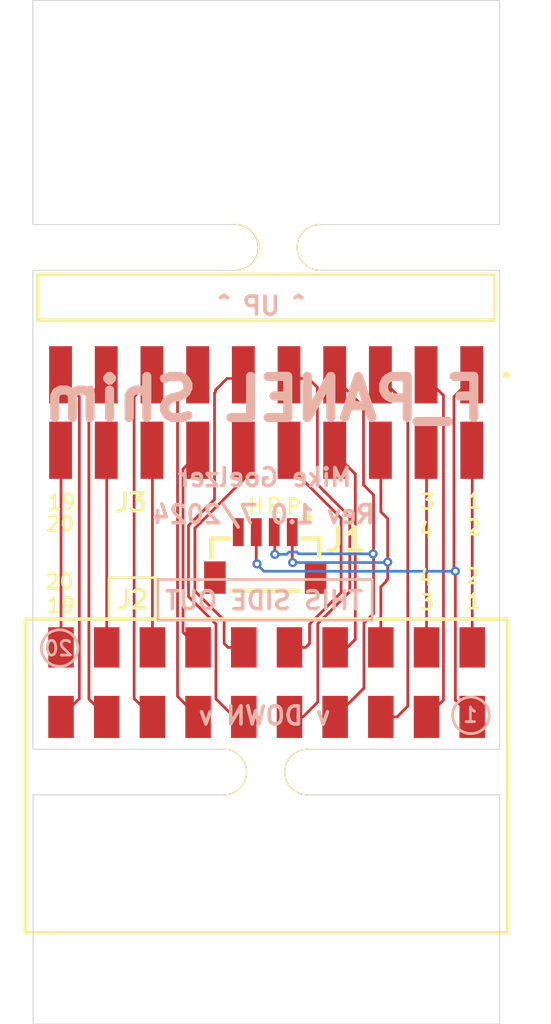
<source format=kicad_pcb>
(kicad_pcb (version 20240108) (generator "pcbnew") (generator_version "8.0")
  (layers (0 "F.Cu" signal) (31 "B.Cu" signal) (34 "B.Paste" user) (35 "F.Paste" user) (36 "B.SilkS" user "B.Silkscreen") (37 "F.SilkS" user "F.Silkscreen") (38 "B.Mask" user) (39 "F.Mask" user) (44 "Edge.Cuts" user))
  (net 0 "")
  (net 1 "Net-(J2-Pad19)")
  (net 2 "Net-(J2-Pad3)")
  (net 3 "Net-(J2-Pad18)")
  (net 4 "Net-(J2-Pad11)")
  (net 5 "Net-(J2-Pad17)")
  (net 6 "Net-(J2-Pad2)")
  (net 7 "Net-(J2-Pad16)")
  (net 8 "Net-(J2-Pad4)")
  (net 9 "Net-(J2-Pad9)")
  (net 10 "Net-(J2-Pad13)")
  (net 11 "Net-(J2-Pad8)")
  (net 12 "Net-(J2-Pad12)")
  (net 13 "Net-(J2-Pad5)")
  (net 14 "Net-(J2-Pad10)")
  (net 15 "/PWR+")
  (net 16 "/HD+")
  (net 18 "/RES+")
  (net 19 "Net-(J2-Pad15)")
  (net 20 "Net-(J2-Pad14)")
  (net 21 "Net-(J2-Pad20)")
  (footprint "Kicad Parts:SAMTEC-SMH-110-02-X-D" (layer "F.Cu") (at 165.481 126.0094 180)
    (property "Reference" "J2" (hide yes))
    (property "Value" "SAMTEC-SMH-110-02-X-D")
    (fp_line (start 13.404 12.709) (end 13.404 -4.70499) (stroke (width 0.2)) (layer "F.SilkS"))
    (fp_line (start 13.404 -4.70499) (end -13.404 -4.70499) (stroke (width 0.2)) (layer "F.SilkS"))
    (fp_line (start -13.404 12.709) (end 13.404 12.709) (stroke (width 0.2)) (layer "F.SilkS"))
    (fp_line (start -13.404 -4.70499) (end -13.404 12.709) (stroke (width 0.2)) (layer "F.SilkS"))
    (fp_text user "2" (at -11.4554 15.0876 180) (layer "F.SilkS") (effects (font (size 0.8128 0.8128) (thickness 0.1524) (bold yes))))
    (fp_text user "20" (at 11.5062 14.7828 180) (layer "F.SilkS") (effects (font (size 0.8128 0.8128) (thickness 0.1524) (bold yes))))
    (pad "1" smd rect (at -11.43 7.277 180) (size 1.42001 2.34) (layers "F.Cu" "F.Paste") (net 16 "/HD+"))
    (pad "2" smd rect (at -11.43 11.138 180) (size 1.42001 2.24) (layers "F.Cu" "F.Paste") (net 6 "Net-(J2-Pad2)"))
    (pad "3" smd rect (at -8.89 7.277 180) (size 1.42001 2.34) (layers "F.Cu" "F.Paste") (net 2 "Net-(J2-Pad3)"))
    (pad "4" smd rect (at -8.89 11.138 180) (size 1.42001 2.24) (layers "F.Cu" "F.Paste") (net 8 "Net-(J2-Pad4)"))
    (pad "5" smd rect (at -6.35 7.277 180) (size 1.42001 2.34) (layers "F.Cu" "F.Paste") (net 13 "Net-(J2-Pad5)"))
    (pad "6" smd rect (at -6.35 11.138 180) (size 1.42001 2.24) (layers "F.Cu" "F.Paste") (net 15 "/PWR+"))
    (pad "7" smd rect (at -3.81 7.277 180) (size 1.42001 2.34) (layers "F.Cu" "F.Paste") (net 18 "/RES+"))
    (pad "8" smd rect (at -3.81 11.138 180) (size 1.42001 2.24) (layers "F.Cu" "F.Paste") (net 11 "Net-(J2-Pad8)"))
    (pad "9" smd rect (at -1.27 7.277 180) (size 1.42001 2.34) (layers "F.Cu" "F.Paste") (net 9 "Net-(J2-Pad9)"))
    (pad "10" smd rect (at -1.27 11.138 180) (size 1.42001 2.24) (layers "F.Cu" "F.Paste") (net 14 "Net-(J2-Pad10)"))
    (pad "11" smd rect (at 1.27 7.277 180) (size 1.42001 2.34) (layers "F.Cu" "F.Paste") (net 4 "Net-(J2-Pad11)"))
    (pad "12" smd rect (at 1.27 11.138 180) (size 1.42001 2.24) (layers "F.Cu" "F.Paste") (net 12 "Net-(J2-Pad12)"))
    (pad "13" smd rect (at 3.81 7.277 180) (size 1.42001 2.34) (layers "F.Cu" "F.Paste") (net 10 "Net-(J2-Pad13)"))
    (pad "14" smd rect (at 3.81 11.138 180) (size 1.42001 2.24) (layers "F.Cu" "F.Paste") (net 20 "Net-(J2-Pad14)"))
    (pad "15" smd rect (at 6.35 7.277 180) (size 1.42001 2.34) (layers "F.Cu" "F.Paste") (net 19 "Net-(J2-Pad15)"))
    (pad "16" smd rect (at 6.35 11.138 180) (size 1.42001 2.24) (layers "F.Cu" "F.Paste") (net 7 "Net-(J2-Pad16)"))
    (pad "17" smd rect (at 8.89 7.277 180) (size 1.42001 2.34) (layers "F.Cu" "F.Paste") (net 5 "Net-(J2-Pad17)"))
    (pad "18" smd rect (at 8.89 11.138 180) (size 1.42001 2.24) (layers "F.Cu" "F.Paste") (net 3 "Net-(J2-Pad18)"))
    (pad "19" smd rect (at 11.43 7.277 180) (size 1.42001 2.34) (layers "F.Cu" "F.Paste") (net 1 "Net-(J2-Pad19)"))
    (pad "20" smd rect (at 11.43 11.138 180) (size 1.42001 2.24) (layers "F.Cu" "F.Paste") (net 21 "Net-(J2-Pad20)"))
  )
  (footprint "Kicad Parts:JST SH - BM04B-SRSS-TB_LFSN_" (layer "F.Cu") (at 168.4048 108.9196 180)
    (property "Reference" "J1" (at -1.4732 0.0254 180) (layer "F.SilkS") (effects (font (size 1.27 1.27) (thickness 0.254))))
    (property "Value" "BM04B-SRSS-TB" (hide yes))
    (fp_line (start 6 0.1) (end 6 -1.009) (stroke (width 0.254)) (layer "F.SilkS"))
    (fp_line (start 6 0.1) (end 4.955 0.1) (stroke (width 0.254)) (layer "F.SilkS"))
    (fp_line (start 1.113 -2.8) (end 4.901 -2.8) (stroke (width 0.254)) (layer "F.SilkS"))
    (fp_line (start 0 0.1) (end 0.987 0.1) (stroke (width 0.254)) (layer "F.SilkS"))
    (fp_line (start 0 0) (end 0 -0.928) (stroke (width 0.254)) (layer "F.SilkS"))
    (fp_circle (center 0.689 1.219) (end 0.689 1.282) (stroke (width 0.254)) (fill none) (layer "F.SilkS"))
    (pad "1" smd rect (at 1.5 0.45 180) (size 0.6 1.55) (layers "F.Cu" "F.Paste" "F.Mask") (net 15 "/PWR+"))
    (pad "2" smd rect (at 2.5 0.45 180) (size 0.6 1.55) (layers "F.Cu" "F.Paste" "F.Mask") (net 18 "/RES+"))
    (pad "3" smd rect (at 3.5 0.45 180) (size 0.6 1.55) (layers "F.Cu" "F.Paste" "F.Mask") (net 16 "/HD+"))
    (pad "4" smd rect (at 4.5 0.45 180) (size 0.6 1.55) (layers "F.Cu" "F.Paste" "F.Mask"))
    (pad "5" smd rect (at 0.2 -2.075 180) (size 1.2 1.8) (layers "F.Cu" "F.Paste" "F.Mask"))
    (pad "6" smd rect (at 5.8 -2.075 180) (size 1.2 1.8) (layers "F.Cu" "F.Paste" "F.Mask"))
  )
  (footprint "Kicad Parts:SAMTEC_TSM-110-02-L-DH" (layer "F.Cu") (at 165.4556 95.4278)
    (property "Reference" "J3" (at -7.5184 11.4046 0) (layer "F.SilkS") (effects (font (thickness 0.2) (bold yes))))
    (property "Value" "SAMTEC-TSM-110-02-L-DH")
    (fp_line (start -12.7 1.27) (end -12.7 -1.27) (stroke (width 0.2)) (layer "F.SilkS"))
    (fp_line (start 12.7 -1.27) (end -12.7 -1.27) (stroke (width 0.2)) (layer "F.SilkS"))
    (fp_line (start 12.7 -1.27) (end 12.7 1.27) (stroke (width 0.2)) (layer "F.SilkS"))
    (fp_line (start 12.7 1.27) (end -12.7 1.27) (stroke (width 0.2)) (layer "F.SilkS"))
    (fp_circle (center 13.35 4.305) (end 13.45 4.305) (stroke (width 0.2)) (fill none) (layer "F.SilkS"))
    (fp_text user "2" (at 11.049 13.2588 0) (layer "F.SilkS") (effects (font (size 0.8128 0.8128) (thickness 0.1524) (bold yes)) (justify left bottom)))
    (fp_text user "20" (at -12.319 13.0556 0) (layer "F.SilkS") (effects (font (size 0.8128 0.8128) (thickness 0.1524) (bold yes)) (justify left bottom)))
    (pad "01" smd rect (at 11.43 4.305) (size 1.27 3.18) (layers "F.Cu" "F.Paste" "F.Mask") (net 16 "/HD+"))
    (pad "02" smd rect (at 11.43 8.495) (size 1.27 3.18) (layers "F.Cu" "F.Paste" "F.Mask") (net 6 "Net-(J2-Pad2)"))
    (pad "03" smd rect (at 8.89 4.305) (size 1.27 3.18) (layers "F.Cu" "F.Paste" "F.Mask") (net 2 "Net-(J2-Pad3)"))
    (pad "04" smd rect (at 8.89 8.495) (size 1.27 3.18) (layers "F.Cu" "F.Paste" "F.Mask") (net 8 "Net-(J2-Pad4)"))
    (pad "05" smd rect (at 6.35 4.305) (size 1.27 3.18) (layers "F.Cu" "F.Paste" "F.Mask") (net 13 "Net-(J2-Pad5)"))
    (pad "06" smd rect (at 6.35 8.495) (size 1.27 3.18) (layers "F.Cu" "F.Paste" "F.Mask") (net 15 "/PWR+"))
    (pad "07" smd rect (at 3.81 4.305) (size 1.27 3.18) (layers "F.Cu" "F.Paste" "F.Mask") (net 18 "/RES+"))
    (pad "08" smd rect (at 3.81 8.495) (size 1.27 3.18) (layers "F.Cu" "F.Paste" "F.Mask") (net 11 "Net-(J2-Pad8)"))
    (pad "09" smd rect (at 1.27 4.305) (size 1.27 3.18) (layers "F.Cu" "F.Paste" "F.Mask") (net 9 "Net-(J2-Pad9)"))
    (pad "10" smd rect (at 1.27 8.495) (size 1.27 3.18) (layers "F.Cu" "F.Paste" "F.Mask") (net 14 "Net-(J2-Pad10)"))
    (pad "11" smd rect (at -1.27 4.305) (size 1.27 3.18) (layers "F.Cu" "F.Paste" "F.Mask") (net 4 "Net-(J2-Pad11)"))
    (pad "12" smd rect (at -1.27 8.495) (size 1.27 3.18) (layers "F.Cu" "F.Paste" "F.Mask") (net 12 "Net-(J2-Pad12)"))
    (pad "13" smd rect (at -3.81 4.305) (size 1.27 3.18) (layers "F.Cu" "F.Paste" "F.Mask") (net 10 "Net-(J2-Pad13)"))
    (pad "14" smd rect (at -3.81 8.495) (size 1.27 3.18) (layers "F.Cu" "F.Paste" "F.Mask") (net 20 "Net-(J2-Pad14)"))
    (pad "15" smd rect (at -6.35 4.305) (size 1.27 3.18) (layers "F.Cu" "F.Paste" "F.Mask") (net 19 "Net-(J2-Pad15)"))
    (pad "16" smd rect (at -6.35 8.495) (size 1.27 3.18) (layers "F.Cu" "F.Paste" "F.Mask") (net 7 "Net-(J2-Pad16)"))
    (pad "17" smd rect (at -8.89 4.305) (size 1.27 3.18) (layers "F.Cu" "F.Paste" "F.Mask") (net 5 "Net-(J2-Pad17)"))
    (pad "18" smd rect (at -8.89 8.495) (size 1.27 3.18) (layers "F.Cu" "F.Paste" "F.Mask") (net 3 "Net-(J2-Pad18)"))
    (pad "19" smd rect (at -11.43 4.305) (size 1.27 3.18) (layers "F.Cu" "F.Paste" "F.Mask") (net 1 "Net-(J2-Pad19)"))
    (pad "20" smd rect (at -11.43 8.495) (size 1.27 3.18) (layers "F.Cu" "F.Paste" "F.Mask") (net 21 "Net-(J2-Pad20)"))
  )
  (footprint "Mousebites:mouse-bite-2.54mm-slot" (layer "F.Cu") (at 165.4302 121.793)
    (property "Reference" "mouse-bite-2.54mm-slot" (hide yes))
    (property "Value" "VAL**" (hide yes))
    (fp_arc (start -2.33 -1.27) (mid -1.06 0) (end -2.33 1.27) (stroke (width 0.1)) (layer "F.SilkS"))
    (fp_arc (start 2.33 1.27) (mid 1.06 0) (end 2.33 -1.27) (stroke (width 0.1)) (layer "F.SilkS"))
    (pad "" np_thru_hole circle (at -0.8 -1.1) (size 0.5 0.5) (drill 0.5) (layers "*.Cu" "*.Mask"))
    (pad "" np_thru_hole circle (at -0.8 1.1) (size 0.5 0.5) (drill 0.5) (layers "*.Cu" "*.Mask"))
    (pad "" np_thru_hole circle (at 0 -1.1) (size 0.5 0.5) (drill 0.5) (layers "*.Cu" "*.Mask"))
    (pad "" np_thru_hole circle (at 0 1.1) (size 0.5 0.5) (drill 0.5) (layers "*.Cu" "*.Mask"))
    (pad "" np_thru_hole circle (at 0.8 -1.1) (size 0.5 0.5) (drill 0.5) (layers "*.Cu" "*.Mask"))
    (pad "" np_thru_hole circle (at 0.8 1.1) (size 0.5 0.5) (drill 0.5) (layers "*.Cu" "*.Mask"))
  )
  (footprint "Mousebites:mouse-bite-2.54mm-slot" (layer "F.Cu") (at 166.116 92.6592)
    (property "Reference" "mouse-bite-2.54mm-slot" (hide yes))
    (property "Value" "VAL**" (hide yes))
    (fp_arc (start -2.33 -1.27) (mid -1.06 0) (end -2.33 1.27) (stroke (width 0.1)) (layer "F.SilkS"))
    (fp_arc (start 2.33 1.27) (mid 1.06 0) (end 2.33 -1.27) (stroke (width 0.1)) (layer "F.SilkS"))
    (pad "" np_thru_hole circle (at -0.8 -1.1) (size 0.5 0.5) (drill 0.5) (layers "*.Cu" "*.Mask"))
    (pad "" np_thru_hole circle (at -0.8 1.1) (size 0.5 0.5) (drill 0.5) (layers "*.Cu" "*.Mask"))
    (pad "" np_thru_hole circle (at 0 -1.1) (size 0.5 0.5) (drill 0.5) (layers "*.Cu" "*.Mask"))
    (pad "" np_thru_hole circle (at 0 1.1) (size 0.5 0.5) (drill 0.5) (layers "*.Cu" "*.Mask"))
    (pad "" np_thru_hole circle (at 0.8 -1.1) (size 0.5 0.5) (drill 0.5) (layers "*.Cu" "*.Mask"))
    (pad "" np_thru_hole circle (at 0.8 1.1) (size 0.5 0.5) (drill 0.5) (layers "*.Cu" "*.Mask"))
  )
  (gr_rect (start 159.4358 111.0996) (end 171.3484 113.3602) (stroke (width 0.1524)) (fill none) (layer "B.SilkS"))
  (gr_circle (center 153.9748 114.9096) (end 154.9908 114.9096) (stroke (width 0.1524)) (fill none) (layer "B.SilkS"))
  (gr_circle (center 176.8348 118.6434) (end 177.8508 118.6434) (stroke (width 0.1524)) (fill none) (layer "B.SilkS"))
  (gr_line (start 156.718 110.998) (end 159.385 110.998) (stroke (width 0.1524)) (layer "F.SilkS"))
  (gr_line (start 156.718 113.2332) (end 156.718 110.998) (stroke (width 0.1524)) (layer "F.SilkS"))
  (gr_line (start 159.385 110.998) (end 159.385 113.2332) (stroke (width 0.1524)) (layer "F.SilkS"))
  (gr_line (start 163.7284 93.9292) (end 152.4889 93.9292) (stroke (width 0.05)) (layer "Edge.Cuts"))
  (gr_line (start 178.435 120.523) (end 178.435 93.9292) (stroke (width 0.05)) (layer "Edge.Cuts"))
  (gr_arc (start 168.45378 93.9292) (mid 167.18378 92.6592) (end 168.45378 91.3892) (stroke (width 0.05)) (layer "Edge.Cuts"))
  (gr_line (start 178.435 78.9432) (end 178.435 91.38822) (stroke (width 0.05)) (layer "Edge.Cuts"))
  (gr_line (start 178.435 135.7884) (end 152.5016 135.7884) (stroke (width 0.05)) (layer "Edge.Cuts"))
  (gr_line (start 152.4889 120.523) (end 152.4889 93.9292) (stroke (width 0.05)) (layer "Edge.Cuts"))
  (gr_line (start 152.5016 135.7884) (end 152.5016 123.063) (stroke (width 0.05)) (layer "Edge.Cuts"))
  (gr_line (start 168.4528 91.38822) (end 178.435 91.38822) (stroke (width 0.05)) (layer "Edge.Cuts"))
  (gr_line (start 178.435 93.9292) (end 168.4528 93.9292) (stroke (width 0.05)) (layer "Edge.Cuts"))
  (gr_line (start 178.435 123.063) (end 178.435 135.7884) (stroke (width 0.05)) (layer "Edge.Cuts"))
  (gr_line (start 163.0934 123.063) (end 152.5016 123.063) (stroke (width 0.05)) (layer "Edge.Cuts"))
  (gr_arc (start 163.0934 120.523) (mid 164.3634 121.793) (end 163.0934 123.063) (stroke (width 0.05)) (layer "Edge.Cuts"))
  (gr_line (start 152.4889 91.38822) (end 152.4889 78.9432) (stroke (width 0.05)) (layer "Edge.Cuts"))
  (gr_line (start 163.7284 91.38822) (end 152.4889 91.38822) (stroke (width 0.05)) (layer "Edge.Cuts"))
  (gr_line (start 178.435 123.063) (end 167.767 123.063) (stroke (width 0.05)) (layer "Edge.Cuts"))
  (gr_line (start 152.4889 78.9432) (end 178.435 78.9432) (stroke (width 0.05)) (layer "Edge.Cuts"))
  (gr_arc (start 163.7284 91.38822) (mid 164.99938 92.6592) (end 163.7284 93.93018) (stroke (width 0.05)) (layer "Edge.Cuts"))
  (gr_line (start 163.0934 120.523) (end 152.4889 120.523) (stroke (width 0.05)) (layer "Edge.Cuts"))
  (gr_line (start 178.435 120.523) (end 167.767 120.523) (stroke (width 0.05)) (layer "Edge.Cuts"))
  (gr_arc (start 167.767 123.063) (mid 166.497 121.793) (end 167.767 120.523) (stroke (width 0.05)) (layer "Edge.Cuts"))
  (gr_text "THIS SIDE OUT" (at 170.942 112.8522 0) (layer "B.SilkS") (effects (font (size 1 1) (thickness 0.2) (bold yes)) (justify left bottom mirror)))
  (gr_text "Mike Goelzer" (at 170.307 106.0196 0) (layer "B.SilkS") (effects (font (size 1 1) (thickness 0.2) (bold yes)) (justify left bottom mirror)))
  (gr_text "Rev 1.0 7/2024" (at 171.6024 108.077 0) (layer "B.SilkS") (effects (font (size 1 1) (thickness 0.2032) (bold yes)) (justify left bottom mirror)))
  (gr_text "20" (at 154.7876 115.404217 0) (layer "B.SilkS") (effects (font (size 0.8128 0.8128) (thickness 0.1524) (bold yes)) (justify left bottom mirror)))
  (gr_text "v DOWN v" (at 169.1386 119.253 0) (layer "B.SilkS") (effects (font (size 1 1) (thickness 0.2) (bold yes)) (justify left bottom mirror)))
  (gr_text "F_PANEL Shim" (at 177.8762 102.4128 0) (layer "B.SilkS") (effects (font (size 2.286 2.286) (thickness 0.508) (bold yes)) (justify left bottom mirror)))
  (gr_text "^ UP ^" (at 167.6654 96.4946 0) (layer "B.SilkS") (effects (font (size 1 1) (thickness 0.2) (bold yes)) (justify left bottom mirror)))
  (gr_text "1" (at 177.292 119.1006 0) (layer "B.SilkS") (effects (font (size 0.8128 0.8128) (thickness 0.1524) (bold yes)) (justify left bottom mirror)))
  (gr_text "19" (at 153.2128 107.2896 0) (layer "F.SilkS") (effects (font (size 0.8128 0.8128) (thickness 0.1524) (bold yes)) (justify left bottom)))
  (gr_text "1" (at 176.5046 112.8014 0) (layer "F.SilkS") (effects (font (size 0.8128 0.8128) (thickness 0.1524) (bold yes)) (justify left bottom)))
  (gr_text "P" (at 166.497 107.5182 0) (layer "F.SilkS") (effects (font (size 0.8128 0.8128) (thickness 0.1524) (bold yes)) (justify left bottom)))
  (gr_text "J2" (at 157.0482 112.8014 0) (layer "F.SilkS") (effects (font (size 1 1) (thickness 0.2) (bold yes)) (justify left bottom)))
  (gr_text "19" (at 153.162 113.0046 0) (layer "F.SilkS") (effects (font (size 0.8128 0.8128) (thickness 0.1524) (bold yes)) (justify left bottom)))
  (gr_text "4" (at 173.8376 111.4806 0) (layer "F.SilkS") (effects (font (size 0.8128 0.8128) (thickness 0.1524) (bold yes)) (justify left bottom)))
  (gr_text "3" (at 173.9392 107.2642 0) (layer "F.SilkS") (effects (font (size 0.8128 0.8128) (thickness 0.1524) (bold yes)) (justify left bottom)))
  (gr_text "1" (at 176.53 107.2134 0) (layer "F.SilkS") (effects (font (size 0.8128 0.8128) (thickness 0.1524) (bold yes)) (justify left bottom)))
  (gr_text "R" (at 165.3794 107.4928 0) (layer "F.SilkS") (effects (font (size 0.8128 0.8128) (thickness 0.1524) (bold yes)) (justify left bottom)))
  (gr_text "4" (at 173.863 108.8644 0) (layer "F.SilkS") (effects (font (size 0.8128 0.8128) (thickness 0.1524) (bold yes)) (justify left bottom)))
  (gr_text "H" (at 164.3634 107.4928 0) (layer "F.SilkS") (effects (font (size 0.8128 0.8128) (thickness 0.1524) (bold yes)) (justify left bottom)))
  (gr_text "3" (at 173.9138 112.8522 0) (layer "F.SilkS") (effects (font (size 0.8128 0.8128) (thickness 0.1524) (bold yes)) (justify left bottom)))
  (segment (start 155.067 117.7164) (end 154.051 118.7324) (width 0.1524) (layer "F.Cu") (net 1))
  (segment (start 155.067 100.952) (end 155.067 117.7164) (width 0.1524) (layer "F.Cu") (net 1))
  (segment (start 154.051 99.936) (end 155.067 100.952) (width 0.1524) (layer "F.Cu") (net 1))
  (segment (start 174.371 99.936) (end 175.309605 100.874605) (width 0.1524) (layer "F.Cu") (net 2))
  (segment (start 175.309605 117.793795) (end 174.371 118.7324) (width 0.1524) (layer "F.Cu") (net 2))
  (segment (start 175.309605 100.874605) (end 175.309605 117.793795) (width 0.1524) (layer "F.Cu") (net 2))
  (segment (start 156.591 104.126) (end 156.591 114.8714) (width 0.1524) (layer "F.Cu") (net 3))
  (segment (start 163.665 118.7324) (end 164.211 118.7324) (width 0.1524) (layer "F.Cu") (net 4))
  (segment (start 161.1376 108.1024) (end 161.1376 112.050795) (width 0.1524) (layer "F.Cu") (net 4))
  (segment (start 162.5854 100.7364) (end 162.5854 106.6546) (width 0.1524) (layer "F.Cu") (net 4))
  (segment (start 162.6616 117.729) (end 163.665 118.7324) (width 0.1524) (layer "F.Cu") (net 4))
  (segment (start 162.6616 113.574795) (end 162.6616 117.729) (width 0.1524) (layer "F.Cu") (net 4))
  (segment (start 162.5854 106.6546) (end 161.1376 108.1024) (width 0.1524) (layer "F.Cu") (net 4))
  (segment (start 161.1376 112.050795) (end 162.6616 113.574795) (width 0.1524) (layer "F.Cu") (net 4))
  (segment (start 164.211 99.936) (end 163.2842 99.936) (width 0.1524) (layer "F.Cu") (net 4))
  (segment (start 162.6362 100.584) (end 162.6362 100.6856) (width 0.1524) (layer "F.Cu") (net 4))
  (segment (start 162.6362 100.6856) (end 162.5854 100.7364) (width 0.1524) (layer "F.Cu") (net 4))
  (segment (start 163.2842 99.936) (end 162.6362 100.584) (width 0.1524) (layer "F.Cu") (net 4))
  (segment (start 155.6004 117.7418) (end 156.591 118.7324) (width 0.1524) (layer "F.Cu") (net 5))
  (segment (start 155.6004 100.9266) (end 155.6004 117.7418) (width 0.1524) (layer "F.Cu") (net 5))
  (segment (start 156.591 99.936) (end 155.6004 100.9266) (width 0.1524) (layer "F.Cu") (net 5))
  (segment (start 176.911 104.126) (end 176.911 114.8714) (width 0.1524) (layer "F.Cu") (net 6))
  (segment (start 159.131 104.126) (end 159.131 114.8714) (width 0.1524) (layer "F.Cu") (net 7))
  (segment (start 174.371 104.126) (end 174.371 114.8714) (width 0.1524) (layer "F.Cu") (net 8))
  (segment (start 167.5002 118.7324) (end 166.751 118.7324) (width 0.1524) (layer "F.Cu") (net 9))
  (segment (start 166.751 99.936) (end 167.8048 99.936) (width 0.1524) (layer "F.Cu") (net 9))
  (segment (start 167.8048 99.936) (end 168.3004 100.4316) (width 0.1524) (layer "F.Cu") (net 9))
  (segment (start 168.3258 117.9068) (end 167.5002 118.7324) (width 0.1524) (layer "F.Cu") (net 9))
  (segment (start 168.3004 100.4316) (end 168.3004 105.8176) (width 0.1524) (layer "F.Cu") (net 9))
  (segment (start 170.1038 111.771396) (end 169.309398 112.565798) (width 0.1524) (layer "F.Cu") (net 9))
  (segment (start 170.1038 107.621) (end 170.1038 111.771396) (width 0.1524) (layer "F.Cu") (net 9))
  (segment (start 168.3004 105.8176) (end 170.1038 107.621) (width 0.1524) (layer "F.Cu") (net 9))
  (segment (start 168.3258 113.549395) (end 168.3258 117.9068) (width 0.1524) (layer "F.Cu") (net 9))
  (segment (start 169.353195 112.522) (end 168.3258 113.549395) (width 0.1524) (layer "F.Cu") (net 9))
  (segment (start 160.528 117.5894) (end 161.671 118.7324) (width 0.1524) (layer "F.Cu") (net 10))
  (segment (start 161.671 99.936) (end 160.528 101.079) (width 0.1524) (layer "F.Cu") (net 10))
  (segment (start 160.528 101.079) (end 160.528 117.5894) (width 0.1524) (layer "F.Cu") (net 10))
  (segment (start 170.4086 114.427) (end 169.9642 114.8714) (width 0.1524) (layer "F.Cu") (net 11))
  (segment (start 169.291 104.126) (end 170.4086 105.2436) (width 0.1524) (layer "F.Cu") (net 11))
  (segment (start 170.4086 105.2436) (end 170.4086 114.427) (width 0.1524) (layer "F.Cu") (net 11))
  (segment (start 169.9642 114.8714) (end 169.291 114.8714) (width 0.1524) (layer "F.Cu") (net 11))
  (segment (start 163.1188 113.369205) (end 163.1188 114.6556) (width 0.1524) (layer "F.Cu") (net 12))
  (segment (start 161.4932 111.743605) (end 163.1188 113.369205) (width 0.1524) (layer "F.Cu") (net 12))
  (segment (start 163.1188 114.6556) (end 163.3346 114.8714) (width 0.1524) (layer "F.Cu") (net 12))
  (segment (start 164.211 105.537) (end 161.4932 108.2548) (width 0.1524) (layer "F.Cu") (net 12))
  (segment (start 164.211 104.126) (end 164.211 105.537) (width 0.1524) (layer "F.Cu") (net 12))
  (segment (start 161.4932 108.2548) (end 161.4932 111.743605) (width 0.1524) (layer "F.Cu") (net 12))
  (segment (start 163.3346 114.8714) (end 164.211 114.8714) (width 0.1524) (layer "F.Cu") (net 12))
  (segment (start 171.831 99.936) (end 173.3296 101.4346) (width 0.1524) (layer "F.Cu") (net 13))
  (segment (start 172.7326 118.7324) (end 171.831 118.7324) (width 0.1524) (layer "F.Cu") (net 13))
  (segment (start 173.3296 118.1354) (end 172.7326 118.7324) (width 0.1524) (layer "F.Cu") (net 13))
  (segment (start 173.3296 101.4346) (end 173.3296 118.1354) (width 0.1524) (layer "F.Cu") (net 13))
  (segment (start 169.6212 111.822943) (end 167.8686 113.575543) (width 0.1524) (layer "F.Cu") (net 14))
  (segment (start 166.751 104.126) (end 166.751 104.8258) (width 0.1524) (layer "F.Cu") (net 14))
  (segment (start 167.6528 114.8714) (end 166.751 114.8714) (width 0.1524) (layer "F.Cu") (net 14))
  (segment (start 167.8686 113.575543) (end 167.8686 114.6556) (width 0.1524) (layer "F.Cu") (net 14))
  (segment (start 169.6212 107.696) (end 169.6212 111.822943) (width 0.1524) (layer "F.Cu") (net 14))
  (segment (start 167.8686 114.6556) (end 167.6528 114.8714) (width 0.1524) (layer "F.Cu") (net 14))
  (segment (start 166.751 104.8258) (end 169.6212 107.696) (width 0.1524) (layer "F.Cu") (net 14))
  (segment (start 171.831 107.3404) (end 171.831 104.126) (width 0.1524) (layer "F.Cu") (net 15))
  (segment (start 172.212 107.7214) (end 171.831 107.3404) (width 0.1524) (layer "F.Cu") (net 15))
  (segment (start 171.831 111.506) (end 171.831 114.8714) (width 0.1524) (layer "F.Cu") (net 15))
  (segment (start 172.1358 111.1504) (end 172.1358 111.2012) (width 0.1524) (layer "F.Cu") (net 15))
  (segment (start 166.9288 110.1598) (end 166.9048 110.1358) (width 0.1524) (layer "F.Cu") (net 15))
  (segment (start 172.212 111.0742) (end 172.1358 111.1504) (width 0.1524) (layer "F.Cu") (net 15))
  (segment (start 172.212 110.1344) (end 172.212 107.7214) (width 0.1524) (layer "F.Cu") (net 15))
  (segment (start 172.212 110.1344) (end 172.212 111.0742) (width 0.1524) (layer "F.Cu") (net 15))
  (segment (start 166.9048 110.1358) (end 166.9048 108.4696) (width 0.1524) (layer "F.Cu") (net 15))
  (segment (start 172.1358 111.2012) (end 171.831 111.506) (width 0.1524) (layer "F.Cu") (net 15))
  (via (at 166.9288 110.1598) (size 0.508) (drill 0.254) (layers "F.Cu" "B.Cu") (net 15))
  (via (at 172.212 110.1344) (size 0.508) (drill 0.254) (layers "F.Cu" "B.Cu") (net 15))
  (segment (start 172.212 110.1344) (end 172.1866 110.1598) (width 0.1524) (layer "B.Cu") (net 15))
  (segment (start 172.1866 110.1598) (end 166.9288 110.1598) (width 0.1524) (layer "B.Cu") (net 15))
  (segment (start 166.9288 110.1598) (end 166.9034 110.1598) (width 0.1524) (layer "B.Cu") (net 15))
  (segment (start 175.972395 110.6424) (end 175.895 110.565005) (width 0.1524) (layer "F.Cu") (net 16))
  (segment (start 175.895 100.952) (end 176.911 99.936) (width 0.1524) (layer "F.Cu") (net 16))
  (segment (start 175.972395 117.793795) (end 176.911 118.7324) (width 0.1524) (layer "F.Cu") (net 16))
  (segment (start 175.972395 110.6424) (end 175.972395 117.793795) (width 0.1524) (layer "F.Cu") (net 16))
  (segment (start 164.9048 110.1932) (end 164.9048 108.4696) (width 0.1524) (layer "F.Cu") (net 16))
  (segment (start 175.895 110.565005) (end 175.895 100.952) (width 0.1524) (layer "F.Cu") (net 16))
  (segment (start 164.9476 110.236) (end 164.9048 110.1932) (width 0.1524) (layer "F.Cu") (net 16))
  (via (at 164.9476 110.236) (size 0.508) (drill 0.254) (layers "F.Cu" "B.Cu") (net 16))
  (via (at 175.972395 110.6424) (size 0.508) (drill 0.254) (layers "F.Cu" "B.Cu") (net 16))
  (segment (start 165.3286 110.6424) (end 164.9476 110.2614) (width 0.1524) (layer "B.Cu") (net 16))
  (segment (start 164.9476 110.2614) (end 164.9476 110.236) (width 0.1524) (layer "B.Cu") (net 16))
  (segment (start 164.9476 110.236) (end 164.9222 110.236) (width 0.1524) (layer "B.Cu") (net 16))
  (segment (start 164.9222 110.236) (end 164.9222 110.236) (width 0.1524) (layer "B.Cu") (net 16))
  (segment (start 175.972395 110.6424) (end 165.3286 110.6424) (width 0.1524) (layer "B.Cu") (net 16))
  (segment (start 170.8658 105.843) (end 171.4246 106.4018) (width 0.1524) (layer "F.Cu") (net 18))
  (segment (start 171.4246 106.4018) (end 171.4246 109.6518) (width 0.1524) (layer "F.Cu") (net 18))
  (segment (start 169.291 99.936) (end 170.8658 101.5108) (width 0.1524) (layer "F.Cu") (net 18))
  (segment (start 171.4246 109.6518) (end 171.3992 109.6772) (width 0.1524) (layer "F.Cu") (net 18))
  (segment (start 170.892395 117.131005) (end 169.291 118.7324) (width 0.1524) (layer "F.Cu") (net 18))
  (segment (start 171.4246 112.990595) (end 170.892395 113.5228) (width 0.1524) (layer "F.Cu") (net 18))
  (segment (start 171.3992 109.6772) (end 171.4246 109.7026) (width 0.1524) (layer "F.Cu") (net 18))
  (segment (start 171.4246 109.7026) (end 171.4246 112.990595) (width 0.1524) (layer "F.Cu") (net 18))
  (segment (start 170.892395 113.5228) (end 170.892395 117.131005) (width 0.1524) (layer "F.Cu") (net 18))
  (segment (start 165.9382 109.7026) (end 165.9382 108.503) (width 0.1524) (layer "F.Cu") (net 18))
  (segment (start 170.8658 101.5108) (end 170.8658 105.843) (width 0.1524) (layer "F.Cu") (net 18))
  (segment (start 165.9382 108.503) (end 165.9048 108.4696) (width 0.1524) (layer "F.Cu") (net 18))
  (via (at 165.9382 109.7026) (size 0.508) (drill 0.254) (layers "F.Cu" "B.Cu") (net 18))
  (via (at 171.3992 109.6772) (size 0.508) (drill 0.254) (layers "F.Cu" "B.Cu") (net 18))
  (segment (start 165.9382 109.7026) (end 165.9128 109.6772) (width 0.1524) (layer "B.Cu") (net 18))
  (segment (start 166.5986 109.7026) (end 165.9382 109.7026) (width 0.1524) (layer "B.Cu") (net 18))
  (segment (start 166.0398 109.601) (end 165.9382 109.7026) (width 0.1524) (layer "B.Cu") (net 18))
  (segment (start 171.3992 109.6772) (end 167.259 109.6772) (width 0.1524) (layer "B.Cu") (net 18))
  (segment (start 167.1574 109.5756) (end 166.7256 109.5756) (width 0.1524) (layer "B.Cu") (net 18))
  (segment (start 167.259 109.6772) (end 167.1574 109.5756) (width 0.1524) (layer "B.Cu") (net 18))
  (segment (start 166.7256 109.5756) (end 166.5986 109.7026) (width 0.1524) (layer "B.Cu") (net 18))
  (segment (start 159.131 99.936) (end 158.115 100.952) (width 0.1524) (layer "F.Cu") (net 19))
  (segment (start 158.115 117.7164) (end 159.131 118.7324) (width 0.1524) (layer "F.Cu") (net 19))
  (segment (start 158.115 100.952) (end 158.115 117.7164) (width 0.1524) (layer "F.Cu") (net 19))
  (segment (start 160.8328 114.0332) (end 161.671 114.8714) (width 0.1524) (layer "F.Cu") (net 20))
  (segment (start 160.8328 104.9642) (end 160.8328 114.0332) (width 0.1524) (layer "F.Cu") (net 20))
  (segment (start 161.671 104.126) (end 160.8328 104.9642) (width 0.1524) (layer "F.Cu") (net 20))
  (segment (start 154.051 104.126) (end 154.051 114.8714) (width 0.1524) (layer "F.Cu") (net 21))
)
</source>
